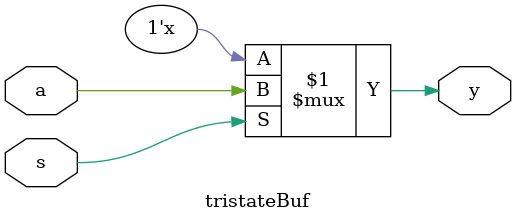
<source format=sv>
module tristateBuf(input logic a, s, output logic y);
  assign y = s? a: 1'bz;
endmodule
</source>
